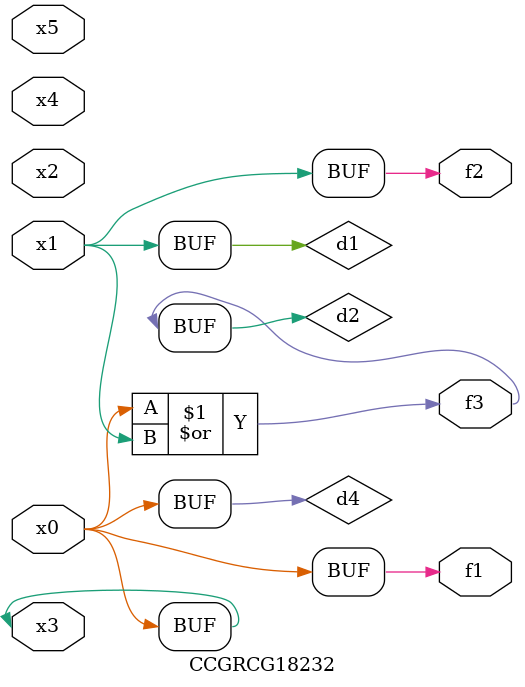
<source format=v>
module CCGRCG18232(
	input x0, x1, x2, x3, x4, x5,
	output f1, f2, f3
);

	wire d1, d2, d3, d4;

	and (d1, x1);
	or (d2, x0, x1);
	nand (d3, x0, x5);
	buf (d4, x0, x3);
	assign f1 = d4;
	assign f2 = d1;
	assign f3 = d2;
endmodule

</source>
